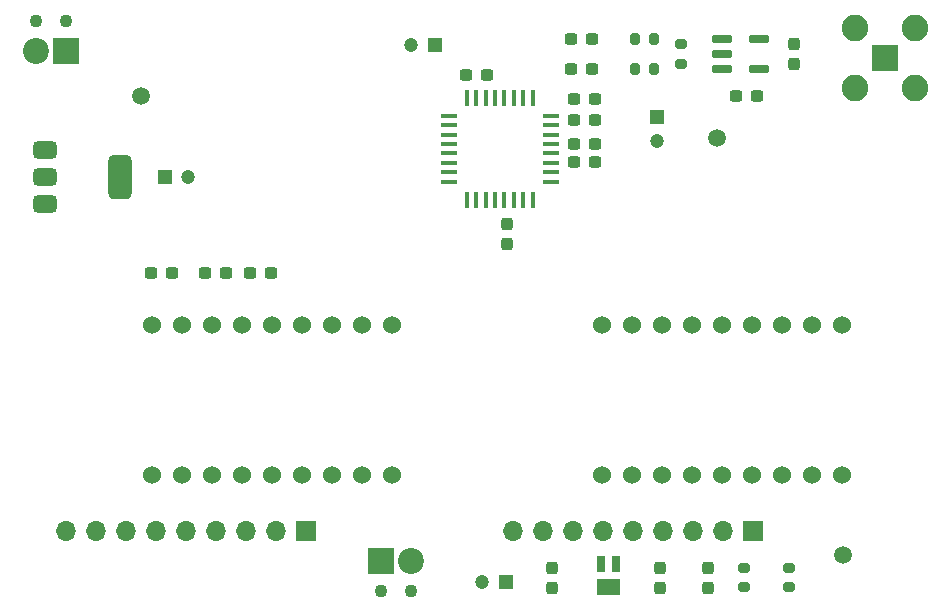
<source format=gbr>
%TF.GenerationSoftware,KiCad,Pcbnew,8.0.1*%
%TF.CreationDate,2024-04-12T18:49:37-04:00*%
%TF.ProjectId,adc_fpga,6164635f-6670-4676-912e-6b696361645f,rev?*%
%TF.SameCoordinates,Original*%
%TF.FileFunction,Soldermask,Top*%
%TF.FilePolarity,Negative*%
%FSLAX46Y46*%
G04 Gerber Fmt 4.6, Leading zero omitted, Abs format (unit mm)*
G04 Created by KiCad (PCBNEW 8.0.1) date 2024-04-12 18:49:37*
%MOMM*%
%LPD*%
G01*
G04 APERTURE LIST*
G04 Aperture macros list*
%AMRoundRect*
0 Rectangle with rounded corners*
0 $1 Rounding radius*
0 $2 $3 $4 $5 $6 $7 $8 $9 X,Y pos of 4 corners*
0 Add a 4 corners polygon primitive as box body*
4,1,4,$2,$3,$4,$5,$6,$7,$8,$9,$2,$3,0*
0 Add four circle primitives for the rounded corners*
1,1,$1+$1,$2,$3*
1,1,$1+$1,$4,$5*
1,1,$1+$1,$6,$7*
1,1,$1+$1,$8,$9*
0 Add four rect primitives between the rounded corners*
20,1,$1+$1,$2,$3,$4,$5,0*
20,1,$1+$1,$4,$5,$6,$7,0*
20,1,$1+$1,$6,$7,$8,$9,0*
20,1,$1+$1,$8,$9,$2,$3,0*%
G04 Aperture macros list end*
%ADD10C,1.500000*%
%ADD11C,1.524000*%
%ADD12RoundRect,0.237500X-0.300000X-0.237500X0.300000X-0.237500X0.300000X0.237500X-0.300000X0.237500X0*%
%ADD13RoundRect,0.237500X-0.237500X0.300000X-0.237500X-0.300000X0.237500X-0.300000X0.237500X0.300000X0*%
%ADD14R,0.330200X1.473200*%
%ADD15R,1.473200X0.330200*%
%ADD16RoundRect,0.200000X0.275000X-0.200000X0.275000X0.200000X-0.275000X0.200000X-0.275000X-0.200000X0*%
%ADD17RoundRect,0.200000X-0.200000X-0.275000X0.200000X-0.275000X0.200000X0.275000X-0.200000X0.275000X0*%
%ADD18RoundRect,0.237500X0.300000X0.237500X-0.300000X0.237500X-0.300000X-0.237500X0.300000X-0.237500X0*%
%ADD19R,1.200000X1.200000*%
%ADD20C,1.200000*%
%ADD21R,1.700000X1.700000*%
%ADD22O,1.700000X1.700000*%
%ADD23R,2.250000X2.250000*%
%ADD24C,2.250000*%
%ADD25RoundRect,0.190000X0.635000X0.190000X-0.635000X0.190000X-0.635000X-0.190000X0.635000X-0.190000X0*%
%ADD26RoundRect,0.237500X0.237500X-0.300000X0.237500X0.300000X-0.237500X0.300000X-0.237500X-0.300000X0*%
%ADD27RoundRect,0.200000X-0.275000X0.200000X-0.275000X-0.200000X0.275000X-0.200000X0.275000X0.200000X0*%
%ADD28RoundRect,0.375000X-0.625000X-0.375000X0.625000X-0.375000X0.625000X0.375000X-0.625000X0.375000X0*%
%ADD29RoundRect,0.500000X-0.500000X-1.400000X0.500000X-1.400000X0.500000X1.400000X-0.500000X1.400000X0*%
%ADD30C,1.100000*%
%ADD31R,2.200000X2.200000*%
%ADD32C,2.200000*%
%ADD33RoundRect,0.060400X0.241600X-0.636600X0.241600X0.636600X-0.241600X0.636600X-0.241600X-0.636600X0*%
G04 APERTURE END LIST*
D10*
%TO.C,TP2*%
X137668000Y-92710000D03*
%TD*%
%TO.C,TP4*%
X88900000Y-89154000D03*
%TD*%
%TO.C,TP1*%
X148336000Y-128016000D03*
%TD*%
D11*
%TO.C,U2*%
X148245000Y-108530000D03*
X145705000Y-108530000D03*
X143165000Y-108530000D03*
X140625000Y-108530000D03*
X138085000Y-108530000D03*
X135545000Y-108530000D03*
X133005000Y-108530000D03*
X130465000Y-108530000D03*
X127925000Y-108530000D03*
X110145000Y-108530000D03*
X107605000Y-108530000D03*
X105065000Y-108530000D03*
X102525000Y-108530000D03*
X99985000Y-108530000D03*
X97445000Y-108530000D03*
X94905000Y-108530000D03*
X92365000Y-108530000D03*
X89825000Y-108530000D03*
X89825000Y-121230000D03*
X92365000Y-121230000D03*
X94905000Y-121230000D03*
X97445000Y-121230000D03*
X99985000Y-121230000D03*
X102525000Y-121230000D03*
X105065000Y-121230000D03*
X107605000Y-121230000D03*
X110145000Y-121230000D03*
X127925000Y-121230000D03*
X130465000Y-121230000D03*
X133005000Y-121230000D03*
X135545000Y-121230000D03*
X138085000Y-121230000D03*
X140625000Y-121230000D03*
X143165000Y-121230000D03*
X145705000Y-121230000D03*
X148245000Y-121230000D03*
%TD*%
D12*
%TO.C,C20*%
X98197500Y-104140000D03*
X99922500Y-104140000D03*
%TD*%
%TO.C,C14*%
X94387500Y-104140000D03*
X96112500Y-104140000D03*
%TD*%
D13*
%TO.C,C13*%
X119888000Y-99975500D03*
X119888000Y-101700500D03*
%TD*%
D14*
%TO.C,U3*%
X122103799Y-89306400D03*
X121303801Y-89306400D03*
X120503800Y-89306400D03*
X119703799Y-89306400D03*
X118903801Y-89306400D03*
X118103800Y-89306400D03*
X117303801Y-89306400D03*
X116503801Y-89306400D03*
D15*
X114985800Y-90824401D03*
X114985800Y-91624399D03*
X114985800Y-92424400D03*
X114985800Y-93224401D03*
X114985800Y-94024399D03*
X114985800Y-94824400D03*
X114985800Y-95624399D03*
X114985800Y-96424399D03*
D14*
X116503801Y-97942400D03*
X117303799Y-97942400D03*
X118103800Y-97942400D03*
X118903801Y-97942400D03*
X119703799Y-97942400D03*
X120503800Y-97942400D03*
X121303799Y-97942400D03*
X122103799Y-97942400D03*
D15*
X123621800Y-96424399D03*
X123621800Y-95624401D03*
X123621800Y-94824400D03*
X123621800Y-94024399D03*
X123621800Y-93224401D03*
X123621800Y-92424400D03*
X123621800Y-91624401D03*
X123621800Y-90824401D03*
%TD*%
D16*
%TO.C,R5*%
X134620000Y-86423000D03*
X134620000Y-84773000D03*
%TD*%
D17*
%TO.C,R4*%
X130747000Y-84328000D03*
X132397000Y-84328000D03*
%TD*%
%TO.C,R1*%
X130747000Y-86868000D03*
X132397000Y-86868000D03*
%TD*%
D18*
%TO.C,C12*%
X125375500Y-86868000D03*
X127100500Y-86868000D03*
%TD*%
D12*
%TO.C,C10*%
X125375500Y-84328000D03*
X127100500Y-84328000D03*
%TD*%
%TO.C,C9*%
X139345500Y-89154000D03*
X141070500Y-89154000D03*
%TD*%
D19*
%TO.C,C8*%
X132588000Y-90975401D03*
D20*
X132588000Y-92975401D03*
%TD*%
D18*
%TO.C,C7*%
X125629500Y-93218000D03*
X127354500Y-93218000D03*
%TD*%
%TO.C,C6*%
X127354500Y-89408000D03*
X125629500Y-89408000D03*
%TD*%
%TO.C,C5*%
X125629500Y-91186000D03*
X127354500Y-91186000D03*
%TD*%
D19*
%TO.C,C4*%
X113792000Y-84836000D03*
D20*
X111792000Y-84836000D03*
%TD*%
D18*
%TO.C,C3*%
X127354500Y-94742000D03*
X125629500Y-94742000D03*
%TD*%
D12*
%TO.C,C2*%
X116485500Y-87376000D03*
X118210500Y-87376000D03*
%TD*%
D21*
%TO.C,J5*%
X102870000Y-125984000D03*
D22*
X100330000Y-125984000D03*
X97790000Y-125984000D03*
X95250000Y-125984000D03*
X92710000Y-125984000D03*
X90170000Y-125984000D03*
X87630000Y-125984000D03*
X85090000Y-125984000D03*
X82550000Y-125984000D03*
%TD*%
D21*
%TO.C,J3*%
X140716000Y-125984000D03*
D22*
X138176000Y-125984000D03*
X135636000Y-125984000D03*
X133096000Y-125984000D03*
X130556000Y-125984000D03*
X128016000Y-125984000D03*
X125476000Y-125984000D03*
X122936000Y-125984000D03*
X120396000Y-125984000D03*
%TD*%
D23*
%TO.C,J1*%
X151892000Y-85959500D03*
D24*
X154432000Y-83419500D03*
X149352000Y-83419500D03*
X154432000Y-88499500D03*
X149352000Y-88499500D03*
%TD*%
D25*
%TO.C,T1*%
X141290000Y-86871000D03*
X141290000Y-84331000D03*
X138110000Y-84331000D03*
X138110000Y-85601000D03*
X138110000Y-86871000D03*
%TD*%
D13*
%TO.C,C11*%
X144254000Y-86460500D03*
X144254000Y-84735500D03*
%TD*%
D26*
%TO.C,C17*%
X136906000Y-130806500D03*
X136906000Y-129081500D03*
%TD*%
D19*
%TO.C,C19*%
X119844600Y-130302000D03*
D20*
X117844600Y-130302000D03*
%TD*%
D27*
%TO.C,R3*%
X139954000Y-129119000D03*
X139954000Y-130769000D03*
%TD*%
D12*
%TO.C,C1*%
X91540500Y-104140000D03*
X89815500Y-104140000D03*
%TD*%
D28*
%TO.C,U4*%
X80822000Y-93712000D03*
X80822000Y-96012000D03*
D29*
X87122000Y-96012000D03*
D28*
X80822000Y-98312000D03*
%TD*%
D30*
%TO.C,J2*%
X109220000Y-131064000D03*
X111760000Y-131064000D03*
D31*
X109220000Y-128524000D03*
D32*
X111760000Y-128524000D03*
%TD*%
D19*
%TO.C,C15*%
X90932000Y-96012000D03*
D20*
X92932000Y-96012000D03*
%TD*%
D26*
%TO.C,C18*%
X132842000Y-130806500D03*
X132842000Y-129081500D03*
%TD*%
D33*
%TO.C,U1*%
X127874000Y-130698000D03*
X128524000Y-130698000D03*
X129174000Y-130698000D03*
X129174000Y-128778000D03*
X127874000Y-128778000D03*
%TD*%
D30*
%TO.C,J4*%
X82550000Y-82804000D03*
X80010000Y-82804000D03*
D31*
X82550000Y-85344000D03*
D32*
X80010000Y-85344000D03*
%TD*%
D13*
%TO.C,C16*%
X123698000Y-129081500D03*
X123698000Y-130806500D03*
%TD*%
D27*
%TO.C,R2*%
X143764000Y-129119000D03*
X143764000Y-130769000D03*
%TD*%
M02*

</source>
